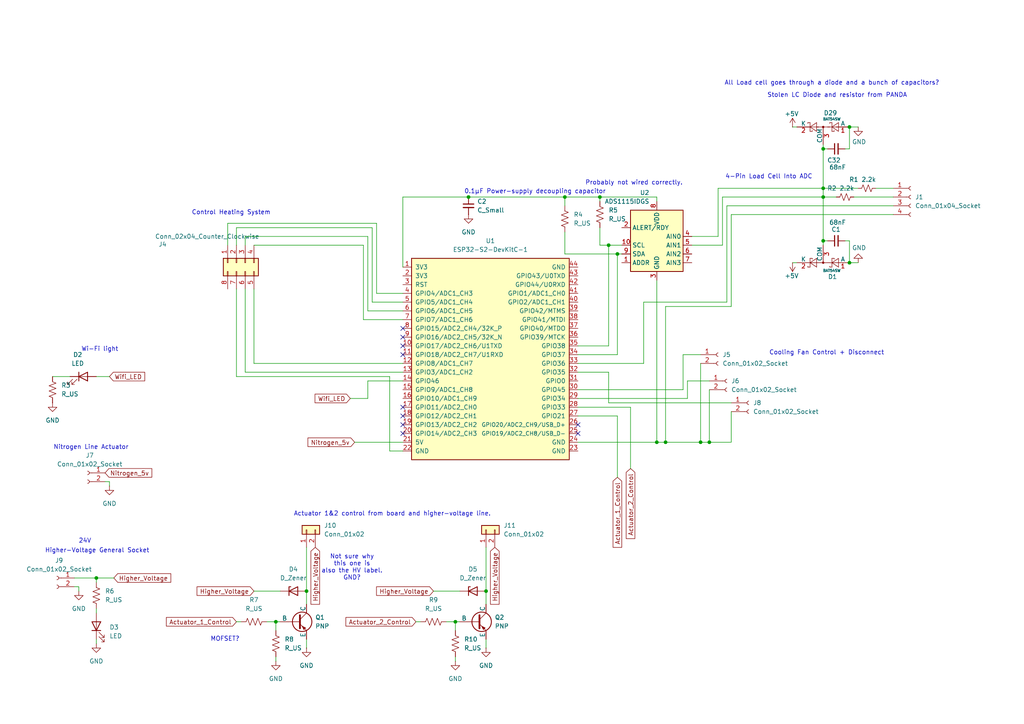
<source format=kicad_sch>
(kicad_sch (version 20250114) (generator "eeschema") (generator_version "9.0")
  (paper "A4")
  (lib_symbols
    (symbol "Analog_ADC:ADS1115IDGS"
      (property "Reference" "U" (at 2.54 13.97 0))
      (property "Value" "ADS1115IDGS" (at 7.62 11.43 0))
      (symbol "ADS1115IDGS_0_1"
        (rectangle (start -7.62 10.16) (end 7.62 -7.62) (stroke (width 0.254)) (fill (type background)))
      )
      (symbol "ADS1115IDGS_1_1"
        (pin input line (at -10.16 2.54 0) (length 2.54) (name "AIN0") (number "4"))
        (pin input line (at -10.16 0 0) (length 2.54) (name "AIN1") (number "5"))
        (pin input line (at -10.16 -2.54 0) (length 2.54) (name "AIN2") (number "6"))
        (pin input line (at -10.16 -5.08 0) (length 2.54) (name "AIN3") (number "7"))
        (pin power_in line (at 0 12.7 270) (length 2.54) (name "VDD") (number "8"))
        (pin power_in line (at 0 -10.16 90) (length 2.54) (name "GND") (number "3"))
        (pin output line (at 10.16 5.08 180) (length 2.54) (name "ALERT/RDY") (number "2"))
        (pin input line (at 10.16 0 180) (length 2.54) (name "SCL") (number "10"))
        (pin bidirectional line (at 10.16 -2.54 180) (length 2.54) (name "SDA") (number "9"))
        (pin input line (at 10.16 -5.08 180) (length 2.54) (name "ADDR") (number "1"))
      )
    )
    (symbol "Connector:Conn_01x02_Socket" (pin_names (offset 1.016) (hide yes))
      (property "Reference" "J" (at 0 2.54 0))
      (property "Value" "Conn_01x02_Socket" (at 0 -5.08 0))
      (symbol "Conn_01x02_Socket_1_1"
        (polyline (pts (xy -1.27 0) (xy -0.508 0)) (stroke (width 0.1524)))
        (polyline (pts (xy -1.27 -2.54) (xy -0.508 -2.54)) (stroke (width 0.1524)))
        (arc (start 0 -0.508) (mid -0.5058 0) (end 0 0.508) (stroke (width 0.1524)))
        (arc (start 0 -3.048) (mid -0.5058 -2.54) (end 0 -2.032) (stroke (width 0.1524)))
        (pin passive line (at -5.08 0 0) (length 3.81) (name "Pin_1") (number "1"))
        (pin passive line (at -5.08 -2.54 0) (length 3.81) (name "Pin_2") (number "2"))
      )
    )
    (symbol "Connector:Conn_01x04_Socket" (pin_names (offset 1.016) (hide yes))
      (property "Reference" "J" (at 0 5.08 0))
      (property "Value" "Conn_01x04_Socket" (at 0 -7.62 0))
      (symbol "Conn_01x04_Socket_1_1"
        (polyline (pts (xy -1.27 2.54) (xy -0.508 2.54)) (stroke (width 0.1524)))
        (polyline (pts (xy -1.27 0) (xy -0.508 0)) (stroke (width 0.1524)))
        (polyline (pts (xy -1.27 -2.54) (xy -0.508 -2.54)) (stroke (width 0.1524)))
        (polyline (pts (xy -1.27 -5.08) (xy -0.508 -5.08)) (stroke (width 0.1524)))
        (arc (start 0 2.032) (mid -0.5058 2.54) (end 0 3.048) (stroke (width 0.1524)))
        (arc (start 0 -0.508) (mid -0.5058 0) (end 0 0.508) (stroke (width 0.1524)))
        (arc (start 0 -3.048) (mid -0.5058 -2.54) (end 0 -2.032) (stroke (width 0.1524)))
        (arc (start 0 -5.588) (mid -0.5058 -5.08) (end 0 -4.572) (stroke (width 0.1524)))
        (pin passive line (at -5.08 2.54 0) (length 3.81) (name "Pin_1") (number "1"))
        (pin passive line (at -5.08 0 0) (length 3.81) (name "Pin_2") (number "2"))
        (pin passive line (at -5.08 -2.54 0) (length 3.81) (name "Pin_3") (number "3"))
        (pin passive line (at -5.08 -5.08 0) (length 3.81) (name "Pin_4") (number "4"))
      )
    )
    (symbol "Connector_Generic:Conn_01x02" (pin_names (offset 1.016) (hide yes))
      (property "Reference" "J" (at 0 2.54 0))
      (property "Value" "Conn_01x02" (at 0 -5.08 0))
      (symbol "Conn_01x02_1_1"
        (rectangle (start -1.27 1.27) (end 1.27 -3.81) (stroke (width 0.254)) (fill (type background)))
        (rectangle (start -1.27 0.127) (end 0 -0.127) (stroke (width 0.1524)))
        (rectangle (start -1.27 -2.413) (end 0 -2.667) (stroke (width 0.1524)))
        (pin passive line (at -5.08 0 0) (length 3.81) (name "Pin_1") (number "1"))
        (pin passive line (at -5.08 -2.54 0) (length 3.81) (name "Pin_2") (number "2"))
      )
    )
    (symbol "Connector_Generic:Conn_02x04_Counter_Clockwise" (pin_names (offset 1.016) (hide yes))
      (property "Reference" "J" (at 1.27 5.08 0))
      (property "Value" "Conn_02x04_Counter_Clockwise" (at 1.27 -7.62 0))
      (symbol "Conn_02x04_Counter_Clockwise_1_1"
        (rectangle (start -1.27 3.81) (end 3.81 -6.35) (stroke (width 0.254)) (fill (type background)))
        (rectangle (start -1.27 2.667) (end 0 2.413) (stroke (width 0.1524)))
        (rectangle (start -1.27 0.127) (end 0 -0.127) (stroke (width 0.1524)))
        (rectangle (start -1.27 -2.413) (end 0 -2.667) (stroke (width 0.1524)))
        (rectangle (start -1.27 -4.953) (end 0 -5.207) (stroke (width 0.1524)))
        (rectangle (start 3.81 2.667) (end 2.54 2.413) (stroke (width 0.1524)))
        (rectangle (start 3.81 0.127) (end 2.54 -0.127) (stroke (width 0.1524)))
        (rectangle (start 3.81 -2.413) (end 2.54 -2.667) (stroke (width 0.1524)))
        (rectangle (start 3.81 -4.953) (end 2.54 -5.207) (stroke (width 0.1524)))
        (pin passive line (at -5.08 2.54 0) (length 3.81) (name "Pin_1") (number "1"))
        (pin passive line (at -5.08 0 0) (length 3.81) (name "Pin_2") (number "2"))
        (pin passive line (at -5.08 -2.54 0) (length 3.81) (name "Pin_3") (number "3"))
        (pin passive line (at -5.08 -5.08 0) (length 3.81) (name "Pin_4") (number "4"))
        (pin passive line (at 7.62 2.54 180) (length 3.81) (name "Pin_8") (number "8"))
        (pin passive line (at 7.62 0 180) (length 3.81) (name "Pin_7") (number "7"))
        (pin passive line (at 7.62 -2.54 180) (length 3.81) (name "Pin_6") (number "6"))
        (pin passive line (at 7.62 -5.08 180) (length 3.81) (name "Pin_5") (number "5"))
      )
    )
    (symbol "Device:C_Small" (pin_numbers (hide yes)) (pin_names (offset 0.254) (hide yes))
      (property "Reference" "C" (at 0.254 1.778 0))
      (property "Value" "C_Small" (at 0.254 -2.032 0))
      (symbol "C_Small_0_1"
        (polyline (pts (xy -1.524 0.508) (xy 1.524 0.508)) (stroke (width 0.3048)))
        (polyline (pts (xy -1.524 -0.508) (xy 1.524 -0.508)) (stroke (width 0.3302)))
      )
      (symbol "C_Small_1_1"
        (pin passive line (at 0 2.54 270) (length 2.032) (name "~") (number "1"))
        (pin passive line (at 0 -2.54 90) (length 2.032) (name "~") (number "2"))
      )
    )
    (symbol "Device:D_Zener" (pin_numbers (hide yes)) (pin_names (offset 1.016) (hide yes))
      (property "Reference" "D" (at 0 2.54 0))
      (property "Value" "D_Zener" (at 0 -2.54 0))
      (symbol "D_Zener_0_1"
        (polyline (pts (xy -1.27 -1.27) (xy -1.27 1.27) (xy -0.762 1.27)) (stroke (width 0.254)))
        (polyline (pts (xy 1.27 0) (xy -1.27 0)))
        (polyline (pts (xy 1.27 -1.27) (xy 1.27 1.27) (xy -1.27 0) (xy 1.27 -1.27)) (stroke (width 0.254)))
      )
      (symbol "D_Zener_1_1"
        (pin passive line (at -3.81 0 0) (length 2.54) (name "K") (number "1"))
        (pin passive line (at 3.81 0 180) (length 2.54) (name "A") (number "2"))
      )
    )
    (symbol "Device:LED" (pin_numbers (hide yes)) (pin_names (offset 1.016) (hide yes))
      (property "Reference" "D" (at 0 2.54 0))
      (property "Value" "LED" (at 0 -2.54 0))
      (symbol "LED_0_1"
        (polyline (pts (xy -3.048 -0.762) (xy -4.572 -2.286) (xy -3.81 -2.286) (xy -4.572 -2.286) (xy -4.572 -1.524)))
        (polyline (pts (xy -1.778 -0.762) (xy -3.302 -2.286) (xy -2.54 -2.286) (xy -3.302 -2.286) (xy -3.302 -1.524)))
        (polyline (pts (xy -1.27 0) (xy 1.27 0)))
        (polyline (pts (xy -1.27 -1.27) (xy -1.27 1.27)) (stroke (width 0.254)))
        (polyline (pts (xy 1.27 -1.27) (xy 1.27 1.27) (xy -1.27 0) (xy 1.27 -1.27)) (stroke (width 0.254)))
      )
      (symbol "LED_1_1"
        (pin passive line (at -3.81 0 0) (length 2.54) (name "K") (number "1"))
        (pin passive line (at 3.81 0 180) (length 2.54) (name "A") (number "2"))
      )
    )
    (symbol "Device:R_Small_US" (pin_numbers (hide yes)) (pin_names (offset 0.254) (hide yes))
      (property "Reference" "R" (at 0.762 0.508 0))
      (property "Value" "R_Small_US" (at 0.762 -1.016 0))
      (symbol "R_Small_US_1_1"
        (polyline (pts (xy 0 1.524) (xy 1.016 1.143) (xy 0 0.762) (xy -1.016 0.381) (xy 0 0)))
        (polyline (pts (xy 0 0) (xy 1.016 -0.381) (xy 0 -0.762) (xy -1.016 -1.143) (xy 0 -1.524)))
        (pin passive line (at 0 2.54 270) (length 1.016) (name "~") (number "1"))
        (pin passive line (at 0 -2.54 90) (length 1.016) (name "~") (number "2"))
      )
    )
    (symbol "Device:R_US" (pin_numbers (hide yes)) (pin_names (offset 0))
      (property "Reference" "R" (at 2.54 0 90))
      (property "Value" "R_US" (at -2.54 0 90))
      (symbol "R_US_0_1"
        (polyline (pts (xy 0 2.286) (xy 0 2.54)))
        (polyline (pts (xy 0 2.286) (xy 1.016 1.905) (xy 0 1.524) (xy -1.016 1.143) (xy 0 0.762)))
        (polyline (pts (xy 0 0.762) (xy 1.016 0.381) (xy 0 0) (xy -1.016 -0.381) (xy 0 -0.762)))
        (polyline (pts (xy 0 -0.762) (xy 1.016 -1.143) (xy 0 -1.524) (xy -1.016 -1.905) (xy 0 -2.286)))
        (polyline (pts (xy 0 -2.286) (xy 0 -2.54)))
      )
      (symbol "R_US_1_1"
        (pin passive line (at 0 3.81 270) (length 1.27) (name "~") (number "1"))
        (pin passive line (at 0 -3.81 90) (length 1.27) (name "~") (number "2"))
      )
    )
    (symbol "Diode:BAT54SW" (pin_names (offset 0))
      (property "Reference" "D" (at 0.635 -3.81 0))
      (property "Value" "BAT54SW" (at -6.35 3.175 0))
      (symbol "BAT54SW_0_1"
        (polyline (pts (xy -4.445 1.27) (xy -4.445 -1.27) (xy -2.54 0) (xy -4.445 1.27)))
        (polyline (pts (xy -3.81 0) (xy -1.27 0)))
        (polyline (pts (xy -3.175 -1.27) (xy -3.175 -1.016)))
        (polyline (pts (xy -2.54 1.27) (xy -1.905 1.27)))
        (polyline (pts (xy -2.54 -1.27) (xy -3.175 -1.27)))
        (polyline (pts (xy -2.54 -1.27) (xy -2.54 1.27)))
        (polyline (pts (xy -1.905 1.27) (xy -1.905 1.016)))
        (polyline (pts (xy -1.905 0) (xy 1.905 0)))
        (circle (center 0 0) (radius 0.254) (fill (type outline)))
        (polyline (pts (xy 1.27 0) (xy 3.81 0)))
        (polyline (pts (xy 1.905 1.27) (xy 1.905 -1.27) (xy 3.81 0) (xy 1.905 1.27)))
        (polyline (pts (xy 3.175 -1.27) (xy 3.175 -1.016)))
        (polyline (pts (xy 3.81 1.27) (xy 4.445 1.27)))
        (polyline (pts (xy 3.81 -1.27) (xy 3.175 -1.27)))
        (polyline (pts (xy 3.81 -1.27) (xy 3.81 1.27)))
        (polyline (pts (xy 4.445 1.27) (xy 4.445 1.016)))
      )
      (symbol "BAT54SW_1_1"
        (pin passive line (at -7.62 0 0) (length 3.81) (name "A") (number "1"))
        (pin passive line (at 0 -5.08 90) (length 5.08) (name "COM") (number "3"))
        (pin passive line (at 7.62 0 180) (length 3.81) (name "K") (number "2"))
      )
    )
    (symbol "PCM_Espressif:ESP32-S2-DevKitC-1" (pin_names (offset 1.016))
      (property "Reference" "U" (at -22.86 33.02 0))
      (property "Value" "ESP32-S2-DevKitC-1" (at -22.86 30.48 0))
      (symbol "ESP32-S2-DevKitC-1_0_0"
        (pin power_in line (at -25.4 22.86 0) (length 2.54) (name "3V3") (number "2"))
        (pin input line (at -25.4 -7.62 0) (length 2.54) (name "GPIO46") (number "14"))
        (pin bidirectional line (at -25.4 -20.32 0) (length 2.54) (name "GPIO13/ADC2_CH2") (number "19"))
        (pin power_in line (at 25.4 25.4 180) (length 2.54) (name "GND") (number "44"))
        (pin bidirectional line (at 25.4 22.86 180) (length 2.54) (name "GPIO43/U0TXD") (number "43"))
        (pin bidirectional line (at 25.4 20.32 180) (length 2.54) (name "GPIO44/U0RXD") (number "42"))
        (pin bidirectional line (at 25.4 17.78 180) (length 2.54) (name "GPIO1/ADC1_CH0") (number "41"))
        (pin bidirectional line (at 25.4 15.24 180) (length 2.54) (name "GPIO2/ADC1_CH1") (number "40"))
        (pin bidirectional line (at 25.4 12.7 180) (length 2.54) (name "GPIO42/MTMS") (number "39"))
      )
      (symbol "ESP32-S2-DevKitC-1_0_1"
        (rectangle (start -22.86 27.94) (end 22.86 -30.48) (stroke (width 0.254)) (fill (type background)))
      )
      (symbol "ESP32-S2-DevKitC-1_1_1"
        (pin power_in line (at -25.4 25.4 0) (length 2.54) (name "3V3") (number "1"))
        (pin input line (at -25.4 20.32 0) (length 2.54) (name "RST") (number "3"))
        (pin bidirectional line (at -25.4 17.78 0) (length 2.54) (name "GPIO4/ADC1_CH3") (number "4"))
        (pin bidirectional line (at -25.4 15.24 0) (length 2.54) (name "GPIO5/ADC1_CH4") (number "5"))
        (pin bidirectional line (at -25.4 12.7 0) (length 2.54) (name "GPIO6/ADC1_CH5") (number "6"))
        (pin bidirectional line (at -25.4 10.16 0) (length 2.54) (name "GPIO7/ADC1_CH6") (number "7"))
        (pin bidirectional line (at -25.4 7.62 0) (length 2.54) (name "GPIO15/ADC2_CH4/32K_P") (number "8"))
        (pin bidirectional line (at -25.4 5.08 0) (length 2.54) (name "GPIO16/ADC2_CH5/32K_N") (number "9"))
        (pin bidirectional line (at -25.4 2.54 0) (length 2.54) (name "GPIO17/ADC2_CH6/U1TXD") (number "10"))
        (pin bidirectional line (at -25.4 0 0) (length 2.54) (name "GPIO18/ADC2_CH7/U1RXD") (number "11"))
        (pin bidirectional line (at -25.4 -2.54 0) (length 2.54) (name "GPIO8/ADC1_CH7") (number "12"))
        (pin bidirectional line (at -25.4 -5.08 0) (length 2.54) (name "GPIO3/ADC1_CH2") (number "13"))
        (pin bidirectional line (at -25.4 -10.16 0) (length 2.54) (name "GPIO9/ADC1_CH8") (number "15"))
        (pin bidirectional line (at -25.4 -12.7 0) (length 2.54) (name "GPIO10/ADC1_CH9") (number "16"))
        (pin bidirectional line (at -25.4 -15.24 0) (length 2.54) (name "GPIO11/ADC2_CH0") (number "17"))
        (pin bidirectional line (at -25.4 -17.78 0) (length 2.54) (name "GPIO12/ADC2_CH1") (number "18"))
        (pin bidirectional line (at -25.4 -22.86 0) (length 2.54) (name "GPIO14/ADC2_CH3") (number "20"))
        (pin power_in line (at -25.4 -25.4 0) (length 2.54) (name "5V") (number "21"))
        (pin power_in line (at -25.4 -27.94 0) (length 2.54) (name "GND") (number "22"))
        (pin bidirectional line (at 25.4 10.16 180) (length 2.54) (name "GPIO41/MTDI") (number "38"))
        (pin bidirectional line (at 25.4 7.62 180) (length 2.54) (name "GPIO40/MTDO") (number "37"))
        (pin bidirectional line (at 25.4 5.08 180) (length 2.54) (name "GPIO39/MTCK") (number "36"))
        (pin bidirectional line (at 25.4 2.54 180) (length 2.54) (name "GPIO38") (number "35"))
        (pin bidirectional line (at 25.4 0 180) (length 2.54) (name "GPIO37") (number "34"))
        (pin bidirectional line (at 25.4 -2.54 180) (length 2.54) (name "GPIO36") (number "33"))
        (pin bidirectional line (at 25.4 -5.08 180) (length 2.54) (name "GPIO35") (number "32"))
        (pin bidirectional line (at 25.4 -7.62 180) (length 2.54) (name "GPIO0") (number "31"))
        (pin bidirectional line (at 25.4 -10.16 180) (length 2.54) (name "GPIO45") (number "30"))
        (pin bidirectional line (at 25.4 -12.7 180) (length 2.54) (name "GPIO34") (number "29"))
        (pin bidirectional line (at 25.4 -15.24 180) (length 2.54) (name "GPIO33") (number "28"))
        (pin bidirectional line (at 25.4 -17.78 180) (length 2.54) (name "GPIO21") (number "27"))
        (pin bidirectional line (at 25.4 -20.32 180) (length 2.54) (name "GPIO20/ADC2_CH9/USB_D+") (number "26"))
        (pin bidirectional line (at 25.4 -22.86 180) (length 2.54) (name "GPIO19/ADC2_CH8/USB_D-") (number "25"))
        (pin power_in line (at 25.4 -25.4 180) (length 2.54) (name "GND") (number "24"))
        (pin power_in line (at 25.4 -27.94 180) (length 2.54) (name "GND") (number "23"))
      )
    )
    (symbol "Simulation_SPICE:PNP" (pin_numbers (hide yes)) (pin_names (offset 0))
      (property "Reference" "Q" (at -2.54 7.62 0))
      (property "Value" "PNP" (at -2.54 5.08 0))
      (symbol "PNP_0_1"
        (polyline (pts (xy -2.54 0) (xy 0.635 0)) (stroke (width 0.1524)))
        (polyline (pts (xy 0.635 1.905) (xy 0.635 -1.905) (xy 0.635 -1.905)) (stroke (width 0.508)))
        (polyline (pts (xy 0.635 0.635) (xy 2.54 2.54)))
        (polyline (pts (xy 0.635 -0.635) (xy 2.54 -2.54) (xy 2.54 -2.54)))
        (circle (center 1.27 0) (radius 2.8194) (stroke (width 0.254)))
        (polyline (pts (xy 2.286 -1.778) (xy 1.778 -2.286) (xy 1.27 -1.27) (xy 2.286 -1.778) (xy 2.286 -1.778)) (fill (type outline)))
      )
      (symbol "PNP_1_1"
        (pin input line (at -5.08 0 0) (length 2.54) (name "B") (number "2"))
        (pin open_collector line (at 2.54 5.08 270) (length 2.54) (name "C") (number "1"))
        (pin open_emitter line (at 2.54 -5.08 90) (length 2.54) (name "E") (number "3"))
      )
    )
    (symbol "power:+3.3V" (power) (pin_numbers (hide yes)) (pin_names (offset 0) (hide yes))
      (property "Value" "+3.3V" (at 0 3.556 0))
      (symbol "+3.3V_0_1"
        (polyline (pts (xy -0.762 1.27) (xy 0 2.54)))
        (polyline (pts (xy 0 2.54) (xy 0.762 1.27)))
        (polyline (pts (xy 0 0) (xy 0 2.54)))
      )
      (symbol "+3.3V_1_1"
        (pin power_in line (at 0 0 90) (length 0) (name "~") (number "1"))
      )
    )
    (symbol "power:GND" (power) (pin_numbers (hide yes)) (pin_names (offset 0) (hide yes))
      (property "Value" "GND" (at 0 -3.81 0))
      (symbol "GND_0_1"
        (polyline (pts (xy 0 0) (xy 0 -1.27) (xy 1.27 -1.27) (xy 0 -2.54) (xy -1.27 -1.27) (xy 0 -1.27)))
      )
      (symbol "GND_1_1"
        (pin power_in line (at 0 0 270) (length 0) (name "~") (number "1"))
      )
    )
  )
  (text "Actuator 1&2 control from board and higher-voltage line." (at 113.792 149.098 0) (effects (font (size 1.27 1.27))))
  (text "All Load cell goes through a diode and a bunch of capacitors?\n" (at 241.3 24.13 0) (effects (font (size 1.27 1.27))))
  (text "Stolen LC Diode and resistor from PANDA\n" (at 242.824 27.686 0) (effects (font (size 1.27 1.27))))
  (text "Probably not wired correctly." (at 183.896 53.086 0) (effects (font (size 1.27 1.27))))
  (text "4-Pin Load Cell Into ADC" (at 223.012 51.308 0) (effects (font (size 1.27 1.27))))
  (text "24V" (at 24.638 156.972 0) (effects (font (size 1.27 1.27))))
  (text "Not sure why\nthis one is\nalso the HV label.\nGND?\n" (at 102.108 164.592 0) (effects (font (size 1.27 1.27))))
  (text "Higher-Voltage General Socket" (at 28.194 159.766 0) (effects (font (size 1.27 1.27))))
  (text "0.1μF Power-supply decoupling capacitor" (at 155.194 55.626 0) (effects (font (size 1.27 1.27))))
  (text "MOFSET?\n" (at 65.278 185.42 0) (effects (font (size 1.27 1.27))))
  (text "Nitrogen Line Actuator" (at 26.416 129.794 0) (effects (font (size 1.27 1.27))))
  (text "Control Heating System" (at 67.056 61.722 0) (effects (font (size 1.27 1.27))))
  (text "Wi-Fi light" (at 28.956 101.346 0) (effects (font (size 1.27 1.27))))
  (text "Cooling Fan Control + Disconnect\n" (at 239.776 102.362 0) (effects (font (size 1.27 1.27))))
  (junction (at 176.53 71.12))
  (junction (at 132.08 180.34))
  (junction (at 135.89 57.15))
  (junction (at 238.76 57.15))
  (junction (at 246.38 36.83))
  (junction (at 163.83 57.15))
  (junction (at 190.5 128.27))
  (junction (at 27.94 167.64))
  (junction (at 238.76 43.18))
  (junction (at 238.76 54.61))
  (junction (at 205.74 128.27))
  (junction (at 140.97 171.45))
  (junction (at 173.99 57.15))
  (junction (at 238.76 69.85))
  (junction (at 80.01 180.34))
  (junction (at 246.38 76.2))
  (junction (at 203.2 128.27))
  (junction (at 88.9 171.45))
  (junction (at 193.04 128.27))
  (junction (at 179.07 73.66))
  (no_connect (at 116.84 120.65))
  (no_connect (at 116.84 97.79))
  (no_connect (at 167.64 125.73))
  (no_connect (at 116.84 125.73))
  (no_connect (at 116.84 123.19))
  (no_connect (at 116.84 100.33))
  (no_connect (at 116.84 118.11))
  (no_connect (at 167.64 123.19))
  (no_connect (at 116.84 102.87))
  (no_connect (at 116.84 95.25))
  (wire (pts (xy 246.38 69.85) (xy 245.11 69.85)))
  (wire (pts (xy 229.87 36.83) (xy 231.14 36.83)))
  (wire (pts (xy 190.5 81.28) (xy 190.5 128.27)))
  (wire (pts (xy 73.66 71.12) (xy 105.41 71.12)))
  (wire (pts (xy 199.39 110.49) (xy 199.39 115.57)))
  (wire (pts (xy 186.69 87.63) (xy 210.82 87.63)))
  (wire (pts (xy 193.04 128.27) (xy 203.2 128.27)))
  (wire (pts (xy 173.99 71.12) (xy 173.99 66.04)))
  (wire (pts (xy 116.84 77.47) (xy 116.84 57.15)))
  (wire (pts (xy 167.64 100.33) (xy 176.53 100.33)))
  (wire (pts (xy 167.64 102.87) (xy 179.07 102.87)))
  (wire (pts (xy 179.07 120.65) (xy 179.07 138.43)))
  (wire (pts (xy 107.95 66.04) (xy 68.58 66.04)))
  (wire (pts (xy 259.08 57.15) (xy 247.65 57.15)))
  (wire (pts (xy 238.76 43.18) (xy 238.76 54.61)))
  (wire (pts (xy 176.53 71.12) (xy 173.99 71.12)))
  (wire (pts (xy 73.66 171.45) (xy 81.28 171.45)))
  (wire (pts (xy 212.09 88.9) (xy 212.09 62.23)))
  (wire (pts (xy 199.39 110.49) (xy 205.74 110.49)))
  (wire (pts (xy 27.94 186.69) (xy 27.94 185.42)))
  (wire (pts (xy 140.97 171.45) (xy 140.97 175.26)))
  (wire (pts (xy 209.55 57.15) (xy 209.55 71.12)))
  (wire (pts (xy 15.24 109.22) (xy 20.32 109.22)))
  (wire (pts (xy 109.22 85.09) (xy 109.22 64.77)))
  (wire (pts (xy 186.69 87.63) (xy 186.69 105.41)))
  (wire (pts (xy 116.84 105.41) (xy 73.66 105.41)))
  (wire (pts (xy 116.84 87.63) (xy 107.95 87.63)))
  (wire (pts (xy 246.38 43.18) (xy 245.11 43.18)))
  (wire (pts (xy 248.92 76.2) (xy 246.38 76.2)))
  (wire (pts (xy 246.38 69.85) (xy 246.38 76.2)))
  (wire (pts (xy 80.01 180.34) (xy 81.28 180.34)))
  (wire (pts (xy 163.83 73.66) (xy 163.83 67.31)))
  (wire (pts (xy 116.84 92.71) (xy 105.41 92.71)))
  (wire (pts (xy 135.89 57.15) (xy 163.83 57.15)))
  (wire (pts (xy 180.34 71.12) (xy 176.53 71.12)))
  (wire (pts (xy 208.28 68.58) (xy 200.66 68.58)))
  (wire (pts (xy 193.04 128.27) (xy 193.04 88.9)))
  (wire (pts (xy 229.87 76.2) (xy 231.14 76.2)))
  (wire (pts (xy 120.65 180.34) (xy 121.92 180.34)))
  (wire (pts (xy 190.5 128.27) (xy 193.04 128.27)))
  (wire (pts (xy 248.92 36.83) (xy 246.38 36.83)))
  (wire (pts (xy 88.9 171.45) (xy 88.9 175.26)))
  (wire (pts (xy 176.53 100.33) (xy 176.53 71.12)))
  (wire (pts (xy 125.73 171.45) (xy 133.35 171.45)))
  (wire (pts (xy 31.75 139.7) (xy 30.48 139.7)))
  (wire (pts (xy 212.09 128.27) (xy 205.74 128.27)))
  (wire (pts (xy 212.09 119.38) (xy 212.09 128.27)))
  (wire (pts (xy 80.01 180.34) (xy 80.01 182.88)))
  (wire (pts (xy 163.83 57.15) (xy 173.99 57.15)))
  (wire (pts (xy 182.88 118.11) (xy 167.64 118.11)))
  (wire (pts (xy 68.58 180.34) (xy 69.85 180.34)))
  (wire (pts (xy 238.76 57.15) (xy 209.55 57.15)))
  (wire (pts (xy 205.74 113.03) (xy 205.74 128.27)))
  (wire (pts (xy 21.59 167.64) (xy 27.94 167.64)))
  (wire (pts (xy 173.99 57.15) (xy 190.5 57.15)))
  (wire (pts (xy 116.84 107.95) (xy 71.12 107.95)))
  (wire (pts (xy 106.68 90.17) (xy 106.68 68.58)))
  (wire (pts (xy 246.38 43.18) (xy 246.38 36.83)))
  (wire (pts (xy 140.97 185.42) (xy 140.97 187.96)))
  (wire (pts (xy 22.86 170.18) (xy 22.86 171.45)))
  (wire (pts (xy 109.22 64.77) (xy 66.04 64.77)))
  (wire (pts (xy 259.08 54.61) (xy 254 54.61)))
  (wire (pts (xy 77.47 180.34) (xy 80.01 180.34)))
  (wire (pts (xy 238.76 43.18) (xy 238.76 41.91)))
  (wire (pts (xy 238.76 54.61) (xy 208.28 54.61)))
  (wire (pts (xy 190.5 57.15) (xy 190.5 58.42)))
  (wire (pts (xy 190.5 128.27) (xy 167.64 128.27)))
  (wire (pts (xy 179.07 120.65) (xy 167.64 120.65)))
  (wire (pts (xy 132.08 180.34) (xy 133.35 180.34)))
  (wire (pts (xy 198.12 102.87) (xy 203.2 102.87)))
  (wire (pts (xy 132.08 190.5) (xy 132.08 191.77)))
  (wire (pts (xy 71.12 107.95) (xy 71.12 83.82)))
  (wire (pts (xy 210.82 59.69) (xy 259.08 59.69)))
  (wire (pts (xy 107.95 87.63) (xy 107.95 66.04)))
  (wire (pts (xy 240.03 69.85) (xy 238.76 69.85)))
  (wire (pts (xy 182.88 135.89) (xy 182.88 118.11)))
  (wire (pts (xy 179.07 102.87) (xy 179.07 73.66)))
  (wire (pts (xy 68.58 83.82) (xy 68.58 109.22)))
  (wire (pts (xy 116.84 90.17) (xy 106.68 90.17)))
  (wire (pts (xy 179.07 73.66) (xy 163.83 73.66)))
  (wire (pts (xy 167.64 105.41) (xy 186.69 105.41)))
  (wire (pts (xy 193.04 88.9) (xy 212.09 88.9)))
  (wire (pts (xy 106.68 110.49) (xy 106.68 115.57)))
  (wire (pts (xy 73.66 105.41) (xy 73.66 83.82)))
  (wire (pts (xy 27.94 176.53) (xy 27.94 177.8)))
  (wire (pts (xy 140.97 158.75) (xy 140.97 171.45)))
  (wire (pts (xy 238.76 54.61) (xy 238.76 57.15)))
  (wire (pts (xy 132.08 180.34) (xy 132.08 182.88)))
  (wire (pts (xy 163.83 59.69) (xy 163.83 57.15)))
  (wire (pts (xy 71.12 68.58) (xy 71.12 71.12)))
  (wire (pts (xy 208.28 54.61) (xy 208.28 68.58)))
  (wire (pts (xy 212.09 116.84) (xy 176.53 116.84)))
  (wire (pts (xy 238.76 57.15) (xy 238.76 69.85)))
  (wire (pts (xy 113.03 130.81) (xy 116.84 130.81)))
  (wire (pts (xy 248.92 54.61) (xy 238.76 54.61)))
  (wire (pts (xy 102.87 128.27) (xy 116.84 128.27)))
  (wire (pts (xy 238.76 69.85) (xy 238.76 71.12)))
  (wire (pts (xy 242.57 57.15) (xy 238.76 57.15)))
  (wire (pts (xy 116.84 85.09) (xy 109.22 85.09)))
  (wire (pts (xy 80.01 190.5) (xy 80.01 191.77)))
  (wire (pts (xy 27.94 167.64) (xy 27.94 168.91)))
  (wire (pts (xy 106.68 115.57) (xy 101.6 115.57)))
  (wire (pts (xy 88.9 158.75) (xy 88.9 171.45)))
  (wire (pts (xy 27.94 167.64) (xy 33.02 167.64)))
  (wire (pts (xy 209.55 71.12) (xy 200.66 71.12)))
  (wire (pts (xy 199.39 115.57) (xy 167.64 115.57)))
  (wire (pts (xy 198.12 102.87) (xy 198.12 113.03)))
  (wire (pts (xy 88.9 185.42) (xy 88.9 187.96)))
  (wire (pts (xy 116.84 57.15) (xy 135.89 57.15)))
  (wire (pts (xy 66.04 64.77) (xy 66.04 71.12)))
  (wire (pts (xy 129.54 180.34) (xy 132.08 180.34)))
  (wire (pts (xy 68.58 109.22) (xy 113.03 109.22)))
  (wire (pts (xy 203.2 128.27) (xy 205.74 128.27)))
  (wire (pts (xy 198.12 113.03) (xy 167.64 113.03)))
  (wire (pts (xy 180.34 73.66) (xy 179.07 73.66)))
  (wire (pts (xy 203.2 105.41) (xy 203.2 128.27)))
  (wire (pts (xy 167.64 107.95) (xy 176.53 107.95)))
  (wire (pts (xy 68.58 66.04) (xy 68.58 71.12)))
  (wire (pts (xy 240.03 43.18) (xy 238.76 43.18)))
  (wire (pts (xy 210.82 87.63) (xy 210.82 59.69)))
  (wire (pts (xy 113.03 130.81) (xy 113.03 109.22)))
  (wire (pts (xy 22.86 170.18) (xy 21.59 170.18)))
  (wire (pts (xy 105.41 92.71) (xy 105.41 71.12)))
  (wire (pts (xy 106.68 68.58) (xy 71.12 68.58)))
  (wire (pts (xy 176.53 116.84) (xy 176.53 107.95)))
  (wire (pts (xy 173.99 58.42) (xy 173.99 57.15)))
  (wire (pts (xy 31.75 109.22) (xy 27.94 109.22)))
  (wire (pts (xy 116.84 110.49) (xy 106.68 110.49)))
  (wire (pts (xy 31.75 140.97) (xy 31.75 139.7)))
  (wire (pts (xy 212.09 62.23) (xy 259.08 62.23)))
  (global_label "Actuator_1_Control" (shape input) (at 68.58 180.34 180) (property "Intersheetrefs" "${INTERSHEET_REFS}" (effects (hide yes))))
  (global_label "Actuator_1_Control" (shape input) (at 179.07 138.43 270) (property "Intersheetrefs" "${INTERSHEET_REFS}" (effects (hide yes))))
  (global_label "Higher_Voltage" (shape input) (at 73.66 171.45 180) (property "Intersheetrefs" "${INTERSHEET_REFS}" (effects (hide yes))))
  (global_label "Actuator_2_Control" (shape input) (at 120.65 180.34 180) (property "Intersheetrefs" "${INTERSHEET_REFS}" (effects (hide yes))))
  (global_label "Higher_Voltage" (shape input) (at 143.51 158.75 270) (property "Intersheetrefs" "${INTERSHEET_REFS}" (effects (hide yes))))
  (global_label "Wifi_LED" (shape input) (at 31.75 109.22 0) (property "Intersheetrefs" "${INTERSHEET_REFS}" (effects (hide yes))))
  (global_label "Higher_Voltage" (shape input) (at 91.44 158.75 270) (property "Intersheetrefs" "${INTERSHEET_REFS}" (effects (hide yes))))
  (global_label "Nitrogen_5v" (shape input) (at 102.87 128.27 180) (property "Intersheetrefs" "${INTERSHEET_REFS}" (effects (hide yes))))
  (global_label "Higher_Voltage" (shape input) (at 125.73 171.45 180) (property "Intersheetrefs" "${INTERSHEET_REFS}" (effects (hide yes))))
  (global_label "Wifi_LED" (shape input) (at 101.6 115.57 180) (property "Intersheetrefs" "${INTERSHEET_REFS}" (effects (hide yes))))
  (global_label "Higher_Voltage" (shape input) (at 33.02 167.64 0) (property "Intersheetrefs" "${INTERSHEET_REFS}" (effects (hide yes))))
  (global_label "Nitrogen_5v" (shape input) (at 30.48 137.16 0) (property "Intersheetrefs" "${INTERSHEET_REFS}" (effects (hide yes))))
  (global_label "Actuator_2_Control" (shape input) (at 182.88 135.89 270) (property "Intersheetrefs" "${INTERSHEET_REFS}" (effects (hide yes))))
  (symbol (lib_id "Connector:Conn_01x02_Socket") (at 217.17 116.84 0) (unit 1)
    (property "Reference" "J8" (at 218.44 116.8399 0) (effects (justify left)))
    (property "Value" "Conn_01x02_Socket" (at 218.44 119.3799 0) (effects (justify left)))
    (property "Description" "Generic connector, single row, 01x02, script generated" (effects (hide yes)))
  )
  (symbol (lib_id "Diode:BAT54SW") (at 238.76 76.2 180) (unit 1)
    (property "Reference" "D1" (at 242.824 80.264 0) (effects (justify left)))
    (property "Value" "BAT54SW" (at 243.84 78.486 0) (effects (font (size 0.762 0.762)) (justify left)))
    (property "Footprint" "Package_TO_SOT_SMD:SOT-323_SC-70" (effects (hide yes)))
    (property "Datasheet" "https://assets.nexperia.com/documents/data-sheet/BAT54W_SER.pdf" (effects (hide yes)))
    (property "Description" "Vr 30V, If 200mA, Dual schottky barrier diode, in series, SOT-323" (effects (hide yes)))
  )
  (symbol (lib_id "Connector:Conn_01x02_Socket") (at 210.82 110.49 0) (unit 1)
    (property "Reference" "J6" (at 212.09 110.4899 0) (effects (justify left)))
    (property "Value" "Conn_01x02_Socket" (at 212.09 113.0299 0) (effects (justify left)))
    (property "Footprint" "Connector_JST:JST_EH_B2B-EH-A_1x02_P2.50mm_Vertical" (effects (hide yes)))
    (property "Description" "Generic connector, single row, 01x02, script generated" (effects (hide yes)))
  )
  (symbol (lib_id "power:GND") (at 88.9 187.96 0) (unit 1)
    (property "Reference" "#PWR09" (effects (hide yes)))
    (property "Value" "GND" (at 88.9 193.04 0))
    (property "Description" "Power symbol creates a global label with name \"GND\" , ground" (effects (hide yes)))
  )
  (symbol (lib_id "Connector:Conn_01x04_Socket") (at 264.16 57.15 0) (unit 1)
    (property "Reference" "J1" (at 265.43 57.1499 0) (effects (justify left)))
    (property "Value" "Conn_01x04_Socket" (at 265.43 59.6899 0) (effects (justify left)))
    (property "Footprint" "Connector_JST:JST_EH_B4B-EH-A_1x04_P2.50mm_Vertical" (effects (hide yes)))
    (property "Description" "Generic connector, single row, 01x04, script generated" (effects (hide yes)))
  )
  (symbol (lib_id "Connector_Generic:Conn_02x04_Counter_Clockwise") (at 68.58 76.2 90) (mirror x) (unit 1)
    (property "Reference" "J4" (at 45.974 70.866 90) (effects (justify right)))
    (property "Value" "Conn_02x04_Counter_Clockwise" (at 44.958 68.58 90) (effects (justify right)))
    (property "Footprint" "Connector_JST:JST_J2100_B08B-J21DK-GGXR_2x04_P2.50x4.00mm_Vertical" (effects (hide yes)))
    (property "Description" "Generic connector, double row, 02x04, counter clockwise pin numbering scheme (similar to DIP package numbering), script generated (kicad-library-utils/schlib/autogen/connector/)" (effects (hide yes)))
  )
  (symbol (lib_id "Device:R_US") (at 163.83 63.5 180) (unit 1)
    (property "Reference" "R4" (at 166.37 62.2299 0) (effects (justify right)))
    (property "Value" "R_US" (at 166.37 64.7699 0) (effects (justify right)))
    (property "Description" "Resistor, US symbol" (effects (hide yes)))
  )
  (symbol (lib_id "Device:LED") (at 24.13 109.22 0) (unit 1)
    (property "Reference" "D2" (at 22.5425 102.87 0))
    (property "Value" "LED" (at 22.5425 105.41 0))
    (property "Description" "Light emitting diode" (effects (hide yes)))
    (property "Sim.Pins" "1=K 2=A" (effects (hide yes)))
  )
  (symbol (lib_id "Simulation_SPICE:PNP") (at 138.43 180.34 0) (unit 1)
    (property "Reference" "Q2" (at 143.51 179.0699 0) (effects (justify left)))
    (property "Value" "PNP" (at 143.51 181.6099 0) (effects (justify left)))
    (property "Datasheet" "https://ngspice.sourceforge.io/docs/ngspice-html-manual/manual.xhtml#cha_BJTs" (effects (hide yes)))
    (property "Description" "Bipolar transistor symbol for simulation only, substrate tied to the emitter" (effects (hide yes)))
    (property "Sim.Device" "PNP" (effects (hide yes)))
    (property "Sim.Type" "GUMMELPOON" (effects (hide yes)))
    (property "Sim.Pins" "1=C 2=B 3=E" (effects (hide yes)))
  )
  (symbol (lib_id "Device:C_Small") (at 135.89 59.69 0) (unit 1)
    (property "Reference" "C2" (at 138.43 58.4262 0) (effects (justify left)))
    (property "Value" "C_Small" (at 138.43 60.9662 0) (effects (justify left)))
    (property "Description" "Unpolarized capacitor, small symbol" (effects (hide yes)))
  )
  (symbol (lib_id "Simulation_SPICE:PNP") (at 86.36 180.34 0) (unit 1)
    (property "Reference" "Q1" (at 91.44 179.0699 0) (effects (justify left)))
    (property "Value" "PNP" (at 91.44 181.6099 0) (effects (justify left)))
    (property "Datasheet" "https://ngspice.sourceforge.io/docs/ngspice-html-manual/manual.xhtml#cha_BJTs" (effects (hide yes)))
    (property "Description" "Bipolar transistor symbol for simulation only, substrate tied to the emitter" (effects (hide yes)))
    (property "Sim.Device" "PNP" (effects (hide yes)))
    (property "Sim.Type" "GUMMELPOON" (effects (hide yes)))
    (property "Sim.Pins" "1=C 2=B 3=E" (effects (hide yes)))
  )
  (symbol (lib_id "power:GND") (at 132.08 191.77 0) (unit 1)
    (property "Reference" "#PWR010" (effects (hide yes)))
    (property "Value" "GND" (at 132.08 196.85 0))
    (property "Description" "Power symbol creates a global label with name \"GND\" , ground" (effects (hide yes)))
  )
  (symbol (lib_id "Connector:Conn_01x02_Socket") (at 25.4 137.16 0) (mirror y) (unit 1)
    (property "Reference" "J7" (at 26.035 132.08 0))
    (property "Value" "Conn_01x02_Socket" (at 26.035 134.62 0))
    (property "Footprint" "Connector_JST:JST_EH_B2B-EH-A_1x02_P2.50mm_Vertical" (effects (hide yes)))
    (property "Description" "Generic connector, single row, 01x02, script generated" (effects (hide yes)))
  )
  (symbol (lib_id "Connector:Conn_01x02_Socket") (at 16.51 167.64 0) (mirror y) (unit 1)
    (property "Reference" "J9" (at 17.145 162.56 0))
    (property "Value" "Conn_01x02_Socket" (at 17.145 165.1 0))
    (property "Description" "Generic connector, single row, 01x02, script generated" (effects (hide yes)))
  )
  (symbol (lib_id "Device:R_Small_US") (at 251.46 54.61 90) (unit 1)
    (property "Reference" "R1" (at 247.65 52.07 90))
    (property "Value" "2.2k" (at 251.968 52.07 90))
    (property "Footprint" "Resistor_SMD:R_0402_1005Metric" (effects (hide yes)))
    (property "Description" "Resistor, small US symbol" (effects (hide yes)))
  )
  (symbol (lib_id "Device:R_US") (at 27.94 172.72 0) (unit 1)
    (property "Reference" "R6" (at 30.48 171.4499 0) (effects (justify left)))
    (property "Value" "R_US" (at 30.48 173.9899 0) (effects (justify left)))
    (property "Description" "Resistor, US symbol" (effects (hide yes)))
  )
  (symbol (lib_id "Connector_Generic:Conn_01x02") (at 140.97 153.67 90) (unit 1)
    (property "Reference" "J11" (at 146.05 152.3999 90) (effects (justify right)))
    (property "Value" "Conn_01x02" (at 146.05 154.9399 90) (effects (justify right)))
    (property "Description" "Generic connector, single row, 01x02, script generated (kicad-library-utils/schlib/autogen/connector/)" (effects (hide yes)))
  )
  (symbol (lib_id "power:GND") (at 80.01 191.77 0) (unit 1)
    (property "Reference" "#PWR08" (effects (hide yes)))
    (property "Value" "GND" (at 80.01 196.85 0))
    (property "Description" "Power symbol creates a global label with name \"GND\" , ground" (effects (hide yes)))
  )
  (symbol (lib_id "Device:R_Small_US") (at 245.11 57.15 90) (unit 1)
    (property "Reference" "R2" (at 241.3 54.61 90))
    (property "Value" "2.2k" (at 245.618 54.61 90))
    (property "Footprint" "Resistor_SMD:R_0402_1005Metric" (effects (hide yes)))
    (property "Description" "Resistor, small US symbol" (effects (hide yes)))
  )
  (symbol (lib_id "power:+3.3V") (at 229.87 76.2 0) (mirror x) (unit 1)
    (property "Reference" "#PWR01" (effects (hide yes)))
    (property "Value" "+5V" (at 229.616 80.01 0))
    (property "Description" "Power symbol creates a global label with name \"+3.3V\"" (effects (hide yes)))
  )
  (symbol (lib_id "Connector:Conn_01x02_Socket") (at 208.28 102.87 0) (unit 1)
    (property "Reference" "J5" (at 209.55 102.8699 0) (effects (justify left)))
    (property "Value" "Conn_01x02_Socket" (at 209.55 105.4099 0) (effects (justify left)))
    (property "Footprint" "Connector_JST:JST_EH_B2B-EH-A_1x02_P2.50mm_Vertical" (effects (hide yes)))
    (property "Description" "Generic connector, single row, 01x02, script generated" (effects (hide yes)))
  )
  (symbol (lib_id "Device:C_Small") (at 242.57 43.18 90) (unit 1)
    (property "Reference" "C32" (at 243.84 46.482 90) (effects (justify left)))
    (property "Value" "68nF" (at 245.364 48.514 90) (effects (justify left)))
    (property "Footprint" "Capacitor_SMD:C_0805_2012Metric" (effects (hide yes)))
    (property "Description" "Unpolarized capacitor, small symbol" (effects (hide yes)))
  )
  (symbol (lib_id "power:GND") (at 27.94 186.69 0) (unit 1)
    (property "Reference" "#PWR07" (effects (hide yes)))
    (property "Value" "GND" (at 27.94 191.77 0))
    (property "Description" "Power symbol creates a global label with name \"GND\" , ground" (effects (hide yes)))
  )
  (symbol (lib_id "power:GND") (at 140.97 187.96 0) (unit 1)
    (property "Reference" "#PWR011" (effects (hide yes)))
    (property "Value" "GND" (at 140.97 193.04 0))
    (property "Description" "Power symbol creates a global label with name \"GND\" , ground" (effects (hide yes)))
  )
  (symbol (lib_id "Analog_ADC:ADS1115IDGS") (at 190.5 71.12 0) (mirror y) (unit 1)
    (property "Reference" "U2" (at 188.3567 55.88 0) (effects (justify left)))
    (property "Value" "ADS1115IDGS" (at 188.3567 58.42 0) (effects (justify left)))
    (property "Footprint" "Package_SO:TSSOP-10_3x3mm_P0.5mm" (effects (hide yes)))
    (property "Datasheet" "http://www.ti.com/lit/ds/symlink/ads1113.pdf" (effects (hide yes)))
    (property "Description" "Ultra-Small, Low-Power, I2C-Compatible, 860-SPS, 16-Bit ADCs With Internal Reference, Oscillator, and Programmable Comparator, VSSOP-10" (effects (hide yes)))
  )
  (symbol (lib_id "power:GND") (at 248.92 36.83 0) (unit 1)
    (property "Reference" "#PWR0146" (effects (hide yes)))
    (property "Value" "GND" (at 249.174 41.148 0))
    (property "Description" "Power symbol creates a global label with name \"GND\" , ground" (effects (hide yes)))
  )
  (symbol (lib_id "PCM_Espressif:ESP32-S2-DevKitC-1") (at 142.24 102.87 0) (unit 1)
    (property "Reference" "U1" (at 142.24 69.85 0))
    (property "Value" "ESP32-S2-DevKitC-1" (at 142.24 72.39 0))
    (property "Footprint" "PCM_Espressif:ESP32-S2-DevKitC-1" (effects (hide yes)))
    (property "Datasheet" "https://docs.espressif.com/projects/esp-idf/en/latest/esp32s2/hw-reference/esp32s2/user-guide-s2-devkitc-1.html" (effects (hide yes)))
    (property "Description" "ESP32-S2-DevKitC-1" (effects (hide yes)))
  )
  (symbol (lib_id "Device:LED") (at 27.94 181.61 90) (unit 1)
    (property "Reference" "D3" (at 31.75 181.9274 90) (effects (justify right)))
    (property "Value" "LED" (at 31.75 184.4674 90) (effects (justify right)))
    (property "Description" "Light emitting diode" (effects (hide yes)))
    (property "Sim.Pins" "1=K 2=A" (effects (hide yes)))
  )
  (symbol (lib_id "power:GND") (at 15.24 116.84 0) (unit 1)
    (property "Reference" "#PWR04" (effects (hide yes)))
    (property "Value" "GND" (at 15.24 121.92 0))
    (property "Description" "Power symbol creates a global label with name \"GND\" , ground" (effects (hide yes)))
  )
  (symbol (lib_id "power:GND") (at 135.89 62.23 0) (unit 1)
    (property "Reference" "#PWR05" (effects (hide yes)))
    (property "Value" "GND" (at 135.89 67.31 0))
    (property "Description" "Power symbol creates a global label with name \"GND\" , ground" (effects (hide yes)))
  )
  (symbol (lib_id "Device:D_Zener") (at 85.09 171.45 0) (unit 1)
    (property "Reference" "D4" (at 85.09 165.1 0))
    (property "Value" "D_Zener" (at 85.09 167.64 0))
    (property "Description" "Zener diode" (effects (hide yes)))
  )
  (symbol (lib_id "Device:R_US") (at 15.24 113.03 180) (unit 1)
    (property "Reference" "R3" (at 17.78 111.7599 0) (effects (justify right)))
    (property "Value" "R_US" (at 17.78 114.2999 0) (effects (justify right)))
    (property "Description" "Resistor, US symbol" (effects (hide yes)))
  )
  (symbol (lib_id "Connector_Generic:Conn_01x02") (at 88.9 153.67 90) (unit 1)
    (property "Reference" "J10" (at 93.98 152.3999 90) (effects (justify right)))
    (property "Value" "Conn_01x02" (at 93.98 154.9399 90) (effects (justify right)))
    (property "Description" "Generic connector, single row, 01x02, script generated (kicad-library-utils/schlib/autogen/connector/)" (effects (hide yes)))
  )
  (symbol (lib_id "power:GND") (at 22.86 171.45 0) (unit 1)
    (property "Reference" "#PWR06" (effects (hide yes)))
    (property "Value" "GND" (at 22.86 176.53 0))
    (property "Description" "Power symbol creates a global label with name \"GND\" , ground" (effects (hide yes)))
  )
  (symbol (lib_id "Device:R_US") (at 132.08 186.69 180) (unit 1)
    (property "Reference" "R10" (at 134.62 185.4199 0) (effects (justify right)))
    (property "Value" "R_US" (at 134.62 187.9599 0) (effects (justify right)))
    (property "Description" "Resistor, US symbol" (effects (hide yes)))
  )
  (symbol (lib_id "Diode:BAT54SW") (at 238.76 36.83 0) (mirror y) (unit 1)
    (property "Reference" "D29" (at 242.824 32.766 0) (effects (justify left)))
    (property "Value" "BAT54SW" (at 243.84 34.544 0) (effects (font (size 0.762 0.762)) (justify left)))
    (property "Footprint" "Package_TO_SOT_SMD:SOT-323_SC-70" (effects (hide yes)))
    (property "Datasheet" "https://assets.nexperia.com/documents/data-sheet/BAT54W_SER.pdf" (effects (hide yes)))
    (property "Description" "Vr 30V, If 200mA, Dual schottky barrier diode, in series, SOT-323" (effects (hide yes)))
  )
  (symbol (lib_id "Device:R_US") (at 80.01 186.69 180) (unit 1)
    (property "Reference" "R8" (at 82.55 185.4199 0) (effects (justify right)))
    (property "Value" "R_US" (at 82.55 187.9599 0) (effects (justify right)))
    (property "Description" "Resistor, US symbol" (effects (hide yes)))
  )
  (symbol (lib_id "Device:R_US") (at 73.66 180.34 90) (unit 1)
    (property "Reference" "R7" (at 73.66 173.99 90))
    (property "Value" "R_US" (at 73.66 176.53 90))
    (property "Description" "Resistor, US symbol" (effects (hide yes)))
  )
  (symbol (lib_id "Device:D_Zener") (at 137.16 171.45 0) (unit 1)
    (property "Reference" "D5" (at 137.16 165.1 0))
    (property "Value" "D_Zener" (at 137.16 167.64 0))
    (property "Description" "Zener diode" (effects (hide yes)))
  )
  (symbol (lib_id "power:+3.3V") (at 229.87 36.83 0) (unit 1)
    (property "Reference" "#PWR0142" (effects (hide yes)))
    (property "Value" "+5V" (at 229.616 33.02 0))
    (property "Description" "Power symbol creates a global label with name \"+3.3V\"" (effects (hide yes)))
  )
  (symbol (lib_id "Device:R_US") (at 125.73 180.34 90) (unit 1)
    (property "Reference" "R9" (at 125.73 173.99 90))
    (property "Value" "R_US" (at 125.73 176.53 90))
    (property "Description" "Resistor, US symbol" (effects (hide yes)))
  )
  (symbol (lib_id "power:GND") (at 31.75 140.97 0) (unit 1)
    (property "Reference" "#PWR03" (effects (hide yes)))
    (property "Value" "GND" (at 31.75 146.05 0))
    (property "Description" "Power symbol creates a global label with name \"GND\" , ground" (effects (hide yes)))
  )
  (symbol (lib_id "power:GND") (at 248.92 76.2 0) (mirror x) (unit 1)
    (property "Reference" "#PWR02" (effects (hide yes)))
    (property "Value" "GND" (at 249.174 71.882 0))
    (property "Description" "Power symbol creates a global label with name \"GND\" , ground" (effects (hide yes)))
  )
  (symbol (lib_id "Device:R_US") (at 173.99 62.23 180) (unit 1)
    (property "Reference" "R5" (at 176.53 60.9599 0) (effects (justify right)))
    (property "Value" "R_US" (at 176.53 63.4999 0) (effects (justify right)))
    (property "Description" "Resistor, US symbol" (effects (hide yes)))
  )
  (symbol (lib_id "Device:C_Small") (at 242.57 69.85 90) (mirror x) (unit 1)
    (property "Reference" "C1" (at 243.84 66.548 90) (effects (justify left)))
    (property "Value" "68nF" (at 245.364 64.516 90) (effects (justify left)))
    (property "Footprint" "Capacitor_SMD:C_0805_2012Metric" (effects (hide yes)))
    (property "Description" "Unpolarized capacitor, small symbol" (effects (hide yes)))
  )
)
</source>
